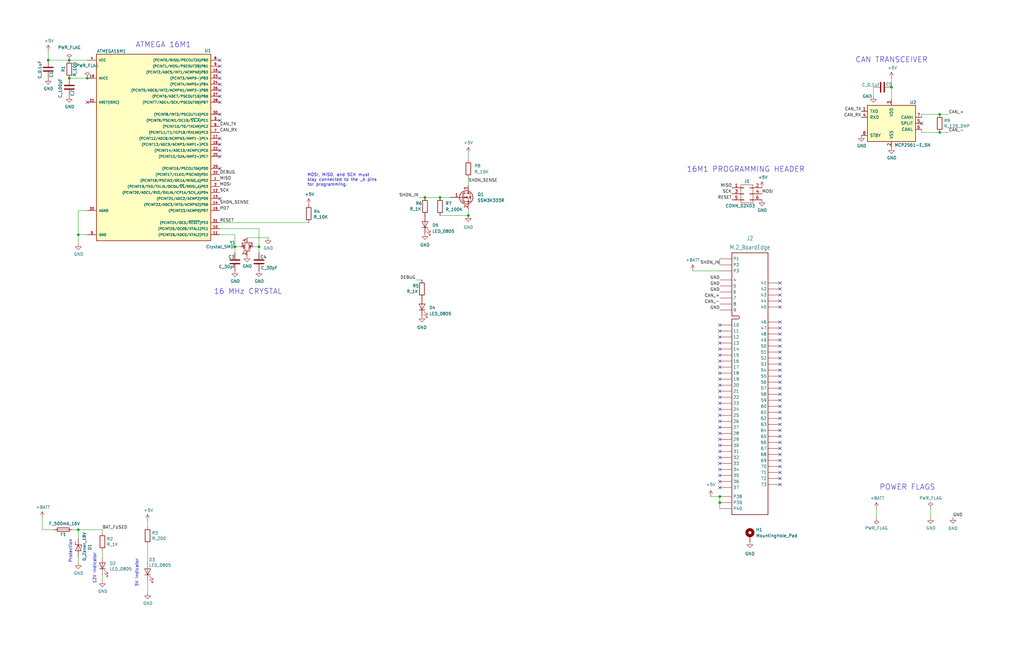
<source format=kicad_sch>
(kicad_sch (version 20211123) (generator eeschema)
  (paper "B")
  (title_block (title "M.2 Daughter Board Test Coupon") (date "2022-09-29") (rev "1") (company "Olin Electric Motorsports") (comment 1 "Jack Greenberg"))
  (lib_symbols
    (symbol "Mechanical:MountingHole_Pad" (pin_numbers hide) (pin_names (offset 1.016) hide)
      (property "Reference" "H" (at 0 6.35 0))
      (property "Value" "MountingHole_Pad" (at 0 4.445 0))
      (symbol "MountingHole_Pad_0_1"
        (circle (center 0 1.27) (radius 1.27) (stroke (width 1.27)))
      )
      (symbol "MountingHole_Pad_1_1"
        (pin input line (at 0 -2.54 90) (length 2.54) (name "1") (number "1"))
      )
    )
    (symbol "formula:ATMEGA16M1" (pin_names (offset 1.016))
      (property "Reference" "U" (at -24.13 46.482 0))
      (property "Value" "ATMEGA16M1" (at 12.7 -35.56 0))
      (symbol "ATMEGA16M1_0_1"
        (rectangle (start -24.13 45.72) (end 24.13 -33.02) (stroke (width 0.254)) (fill (type background)))
      )
      (symbol "ATMEGA16M1_1_1"
        (pin bidirectional line (at 27.94 -7.62 180) (length 3.81) (name "(PCINT18/PSCIN2/OC1A/MISO_A)PD2") (number "1"))
        (pin bidirectional line (at 27.94 -27.94 180) (length 3.81) (name "(PCINT25/OC0B/XTAL1)PE1") (number "10"))
        (pin bidirectional line (at 27.94 -30.48 180) (length 3.81) (name "(PCINT26/ADC0/XTAL2)PE2") (number "11"))
        (pin bidirectional line (at 27.94 -12.7 180) (length 3.81) (name "(PCINT20/ADC1/RXD/RXLIN/ICP1A/SCK_A)PD4") (number "12"))
        (pin bidirectional line (at 27.94 -15.24 180) (length 3.81) (name "(PCINT21/ADC2/ACMP2)PD5") (number "13"))
        (pin bidirectional line (at 27.94 -17.78 180) (length 3.81) (name "(PCINT22/ADC3/INT0/ACMPN2)PD6") (number "14"))
        (pin bidirectional line (at 27.94 -20.32 180) (length 3.81) (name "(PCINT23/ACMP0)PD7") (number "15"))
        (pin bidirectional line (at 27.94 38.1 180) (length 3.81) (name "(PCINT2/ADC5/INT1/ACMPN0)PB2") (number "16"))
        (pin bidirectional line (at 27.94 10.16 180) (length 3.81) (name "(PCINT12/ADC8/ACMPN3/AMP1-)PC4") (number "17"))
        (pin bidirectional line (at 27.94 7.62 180) (length 3.81) (name "(PCINT13/ADC9/ACMP3/AMP1+)PC5") (number "18"))
        (pin power_in line (at -27.94 35.56 0) (length 3.81) (name "AVCC") (number "19"))
        (pin bidirectional line (at 27.94 -10.16 180) (length 3.81) (name "(PCINT19/TXD/TXLIN/OC0A/~{SS}/MOSI_A)PD3") (number "2"))
        (pin power_in line (at -27.94 -20.32 0) (length 3.81) (name "AGND") (number "20"))
        (pin power_in line (at -27.94 25.4 0) (length 3.81) (name "AREF(ISRC)") (number "21"))
        (pin bidirectional line (at 27.94 5.08 180) (length 3.81) (name "(PCINT14/ADC10/ACMP1)PC6") (number "22"))
        (pin bidirectional line (at 27.94 35.56 180) (length 3.81) (name "(PCINT3/AMP0-)PB3") (number "23"))
        (pin bidirectional line (at 27.94 33.02 180) (length 3.81) (name "(PCINT4/AMP0+)PB4") (number "24"))
        (pin bidirectional line (at 27.94 2.54 180) (length 3.81) (name "(PCINT15/D2A/AMP2+)PC7") (number "25"))
        (pin bidirectional line (at 27.94 30.48 180) (length 3.81) (name "(PCINT5/ADC6/INT2/ACMPN1/AMP2-)PB5") (number "26"))
        (pin bidirectional line (at 27.94 27.94 180) (length 3.81) (name "(PCINT6/ADC7/PSCOUT1B)PB6") (number "27"))
        (pin bidirectional line (at 27.94 25.4 180) (length 3.81) (name "(PCINT7/ADC4/SCK/PSCOUT0B)PB7") (number "28"))
        (pin bidirectional line (at 27.94 -2.54 180) (length 3.81) (name "(PCINT16/PSCOUT0A)PD0") (number "29"))
        (pin bidirectional line (at 27.94 17.78 180) (length 3.81) (name "(PCINT9/PSCIN1/OC1B/~{SS_A})PC1") (number "3"))
        (pin bidirectional line (at 27.94 20.32 180) (length 3.81) (name "(PCINT8/INT3/PSCOUT1A)PC0") (number "30"))
        (pin bidirectional line (at 27.94 -25.4 180) (length 3.81) (name "(PCINT24/OCD/~{RESET})PE0") (number "31"))
        (pin bidirectional line (at 27.94 -5.08 180) (length 3.81) (name "(PCINT17/CLKO/PSCIN0)PD1") (number "32"))
        (pin power_in line (at -27.94 43.18 0) (length 3.81) (name "VCC") (number "4"))
        (pin power_in line (at -27.94 -30.48 0) (length 3.81) (name "GND") (number "5"))
        (pin bidirectional line (at 27.94 15.24 180) (length 3.81) (name "(PCINT10/T0/TXCAN)PC2") (number "6"))
        (pin bidirectional line (at 27.94 12.7 180) (length 3.81) (name "(PCINT11/T1/ICP1B/RXCAN)PC3") (number "7"))
        (pin bidirectional line (at 27.94 43.18 180) (length 3.81) (name "(PCINT0/MISO/PSCOUT2A)PB0") (number "8"))
        (pin bidirectional line (at 27.94 40.64 180) (length 3.81) (name "(PCINT1/MOSI/PSCOUT2B)PB1") (number "9"))
      )
    )
    (symbol "formula:Automotive_M.2_Edge_Connector"
      (property "Reference" "J?" (at 1.27 49.53 0))
      (property "Value" "Automotive_M.2_Edge_Connector" (at 7.62 45.72 0))
      (symbol "Automotive_M.2_Edge_Connector_0_1"
        (arc (start -5.0436 15.2415) (mid -4.4198 15.8765) (end -5.0436 16.5115) (stroke (width 0.25)))
        (polyline (pts (xy -7.62 15.24) (xy -5.08 15.24)) (stroke (width 0.25)))
        (polyline (pts (xy -7.62 16.51) (xy -5.08 16.51)) (stroke (width 0.25)))
        (polyline (pts (xy -7.62 43.18) (xy -7.62 16.51)) (stroke (width 0.25)))
        (polyline (pts (xy 7.62 -67.31) (xy -7.62 -67.31)) (stroke (width 0.25)))
      )
      (symbol "Automotive_M.2_Edge_Connector_1_0"
        (polyline (pts (xy -7.62 -67.31) (xy -7.62 15.24)) (stroke (width 0.254)))
        (polyline (pts (xy 7.62 43.18) (xy -7.62 43.18)) (stroke (width 0.254)))
        (polyline (pts (xy 7.62 43.18) (xy 7.62 -67.31)) (stroke (width 0.254)))
        (pin bidirectional line (at -12.7 12.7 0) (length 5.08) (name "10") (number "10"))
        (pin bidirectional line (at -12.7 10.16 0) (length 5.08) (name "11") (number "11"))
        (pin bidirectional line (at -12.7 7.62 0) (length 5.08) (name "12") (number "12"))
        (pin bidirectional line (at -12.7 5.08 0) (length 5.08) (name "13") (number "13"))
        (pin bidirectional line (at -12.7 2.54 0) (length 5.08) (name "14") (number "14"))
        (pin bidirectional line (at -12.7 0 0) (length 5.08) (name "15") (number "15"))
        (pin bidirectional line (at -12.7 -2.54 0) (length 5.08) (name "16") (number "16"))
        (pin bidirectional line (at -12.7 -5.08 0) (length 5.08) (name "17") (number "17"))
        (pin bidirectional line (at -12.7 -7.62 0) (length 5.08) (name "18") (number "18"))
        (pin bidirectional line (at -12.7 -10.16 0) (length 5.08) (name "19") (number "19"))
        (pin bidirectional line (at -12.7 -12.7 0) (length 5.08) (name "20") (number "20"))
        (pin bidirectional line (at -12.7 -15.24 0) (length 5.08) (name "21") (number "21"))
        (pin bidirectional line (at -12.7 -17.78 0) (length 5.08) (name "22") (number "22"))
        (pin bidirectional line (at -12.7 -20.32 0) (length 5.08) (name "23") (number "23"))
        (pin bidirectional line (at -12.7 -22.86 0) (length 5.08) (name "24") (number "24"))
        (pin bidirectional line (at -12.7 -25.4 0) (length 5.08) (name "25") (number "25"))
        (pin bidirectional line (at -12.7 -27.94 0) (length 5.08) (name "26") (number "26"))
        (pin bidirectional line (at -12.7 -30.48 0) (length 5.08) (name "27") (number "27"))
        (pin bidirectional line (at -12.7 -33.02 0) (length 5.08) (name "28") (number "28"))
        (pin bidirectional line (at -12.7 -35.56 0) (length 5.08) (name "29") (number "29"))
        (pin bidirectional line (at -12.7 -38.1 0) (length 5.08) (name "30") (number "30"))
        (pin bidirectional line (at -12.7 -40.64 0) (length 5.08) (name "31") (number "31"))
        (pin bidirectional line (at -12.7 -43.18 0) (length 5.08) (name "32") (number "32"))
        (pin bidirectional line (at -12.7 -45.72 0) (length 5.08) (name "33") (number "33"))
        (pin bidirectional line (at -12.7 -48.26 0) (length 5.08) (name "34") (number "34"))
        (pin bidirectional line (at -12.7 -50.8 0) (length 5.08) (name "35") (number "35"))
        (pin bidirectional line (at -12.7 -53.34 0) (length 5.08) (name "36") (number "36"))
        (pin bidirectional line (at -12.7 -55.88 0) (length 5.08) (name "37") (number "37"))
        (pin bidirectional line (at -12.7 31.75 0) (length 5.08) (name "4") (number "4"))
        (pin bidirectional line (at 12.7 30.48 180) (length 5.08) (name "41") (number "41"))
        (pin bidirectional line (at 12.7 27.94 180) (length 5.08) (name "42") (number "42"))
        (pin bidirectional line (at 12.7 25.4 180) (length 5.08) (name "43") (number "43"))
        (pin bidirectional line (at 12.7 22.86 180) (length 5.08) (name "44") (number "44"))
        (pin bidirectional line (at 12.7 20.32 180) (length 5.08) (name "45") (number "45"))
        (pin bidirectional line (at 12.7 13.97 180) (length 5.08) (name "46") (number "46"))
        (pin bidirectional line (at 12.7 11.43 180) (length 5.08) (name "47") (number "47"))
        (pin bidirectional line (at 12.7 8.89 180) (length 5.08) (name "48") (number "48"))
        (pin bidirectional line (at 12.7 6.35 180) (length 5.08) (name "49") (number "49"))
        (pin bidirectional line (at -12.7 29.21 0) (length 5.08) (name "5") (number "5"))
        (pin bidirectional line (at 12.7 3.81 180) (length 5.08) (name "50") (number "50"))
        (pin bidirectional line (at 12.7 1.27 180) (length 5.08) (name "51") (number "51"))
        (pin bidirectional line (at 12.7 -1.27 180) (length 5.08) (name "52") (number "52"))
        (pin bidirectional line (at 12.7 -3.81 180) (length 5.08) (name "53") (number "53"))
        (pin bidirectional line (at 12.7 -6.35 180) (length 5.08) (name "54") (number "54"))
        (pin bidirectional line (at 12.7 -8.89 180) (length 5.08) (name "55") (number "55"))
        (pin bidirectional line (at 12.7 -11.43 180) (length 5.08) (name "56") (number "56"))
        (pin bidirectional line (at 12.7 -13.97 180) (length 5.08) (name "57") (number "57"))
        (pin bidirectional line (at 12.7 -16.51 180) (length 5.08) (name "58") (number "58"))
        (pin bidirectional line (at 12.7 -19.05 180) (length 5.08) (name "59") (number "59"))
        (pin bidirectional line (at -12.7 26.67 0) (length 5.08) (name "6") (number "6"))
        (pin bidirectional line (at 12.7 -21.59 180) (length 5.08) (name "60") (number "60"))
        (pin bidirectional line (at 12.7 -24.13 180) (length 5.08) (name "61") (number "61"))
        (pin bidirectional line (at 12.7 -26.67 180) (length 5.08) (name "62") (number "62"))
        (pin bidirectional line (at 12.7 -29.21 180) (length 5.08) (name "63") (number "63"))
        (pin bidirectional line (at 12.7 -31.75 180) (length 5.08) (name "64") (number "64"))
        (pin bidirectional line (at 12.7 -34.29 180) (length 5.08) (name "65") (number "65"))
        (pin bidirectional line (at 12.7 -36.83 180) (length 5.08) (name "66") (number "66"))
        (pin bidirectional line (at 12.7 -39.37 180) (length 5.08) (name "67") (number "67"))
        (pin bidirectional line (at 12.7 -41.91 180) (length 5.08) (name "68") (number "68"))
        (pin bidirectional line (at 12.7 -44.45 180) (length 5.08) (name "69") (number "69"))
        (pin bidirectional line (at -12.7 24.13 0) (length 5.08) (name "7") (number "7"))
        (pin bidirectional line (at 12.7 -46.99 180) (length 5.08) (name "70") (number "70"))
        (pin bidirectional line (at 12.7 -49.53 180) (length 5.08) (name "71") (number "71"))
        (pin bidirectional line (at 12.7 -52.07 180) (length 5.08) (name "72") (number "72"))
        (pin bidirectional line (at 12.7 -54.61 180) (length 5.08) (name "73") (number "73"))
        (pin bidirectional line (at -12.7 21.59 0) (length 5.08) (name "8") (number "8"))
        (pin bidirectional line (at -12.7 19.05 0) (length 5.08) (name "9") (number "9"))
        (pin bidirectional line (at -12.7 40.64 0) (length 5.08) (name "P1") (number "P1"))
        (pin bidirectional line (at -12.7 38.1 0) (length 5.08) (name "P2") (number "P2"))
        (pin bidirectional line (at -12.7 35.56 0) (length 5.08) (name "P3") (number "P3"))
        (pin bidirectional line (at -12.7 -59.69 0) (length 5.08) (name "P38") (number "P38"))
        (pin bidirectional line (at -12.7 -62.23 0) (length 5.08) (name "P39") (number "P39"))
        (pin bidirectional line (at -12.7 -64.77 0) (length 5.08) (name "P40") (number "P40"))
      )
    )
    (symbol "formula:CONN_02X03" (pin_names (offset 0.0254) hide)
      (property "Reference" "J" (at 0 5.08 0))
      (property "Value" "CONN_02X03" (at 0 -5.08 0))
      (symbol "CONN_02X03_0_1"
        (rectangle (start -2.54 -2.413) (end -1.27 -2.667))
        (rectangle (start -2.54 0.127) (end -1.27 -0.127))
        (rectangle (start -2.54 2.667) (end -1.27 2.413))
        (rectangle (start -2.54 3.81) (end 2.54 -3.81))
        (rectangle (start 1.27 -2.413) (end 2.54 -2.667))
        (rectangle (start 1.27 0.127) (end 2.54 -0.127))
        (rectangle (start 1.27 2.667) (end 2.54 2.413))
      )
      (symbol "CONN_02X03_1_1"
        (pin passive line (at -6.35 2.54 0) (length 3.81) (name "P1") (number "1"))
        (pin passive line (at 6.35 2.54 180) (length 3.81) (name "P2") (number "2"))
        (pin passive line (at -6.35 0 0) (length 3.81) (name "P3") (number "3"))
        (pin passive line (at 6.35 0 180) (length 3.81) (name "P4") (number "4"))
        (pin passive line (at -6.35 -2.54 0) (length 3.81) (name "P5") (number "5"))
        (pin passive line (at 6.35 -2.54 180) (length 3.81) (name "P6") (number "6"))
      )
    )
    (symbol "formula:C_0.1uF" (pin_numbers hide) (pin_names (offset 0.254))
      (property "Reference" "C" (at 0.635 2.54 0))
      (property "Value" "C_0.1uF" (at 0.635 -2.54 0))
      (symbol "C_0.1uF_0_1"
        (polyline (pts (xy -2.032 -0.762) (xy 2.032 -0.762)) (stroke (width 0.508)))
        (polyline (pts (xy -2.032 0.762) (xy 2.032 0.762)) (stroke (width 0.508)))
      )
      (symbol "C_0.1uF_1_1"
        (pin passive line (at 0 3.81 270) (length 2.794) (name "~") (number "1"))
        (pin passive line (at 0 -3.81 90) (length 2.794) (name "~") (number "2"))
      )
    )
    (symbol "formula:C_100pF" (pin_numbers hide) (pin_names (offset 0.254))
      (property "Reference" "C" (at 0.635 2.54 0))
      (property "Value" "C_100pF" (at 0.635 -2.54 0))
      (symbol "C_100pF_0_1"
        (polyline (pts (xy -2.032 -0.762) (xy 2.032 -0.762)) (stroke (width 0.508)))
        (polyline (pts (xy -2.032 0.762) (xy 2.032 0.762)) (stroke (width 0.508)))
      )
      (symbol "C_100pF_1_1"
        (pin passive line (at 0 3.81 270) (length 2.794) (name "~") (number "1"))
        (pin passive line (at 0 -3.81 90) (length 2.794) (name "~") (number "2"))
      )
    )
    (symbol "formula:C_30pF" (pin_numbers hide) (pin_names (offset 0.254))
      (property "Reference" "C" (at 0.635 2.54 0))
      (property "Value" "C_30pF" (at 0.635 -2.54 0))
      (symbol "C_30pF_0_1"
        (polyline (pts (xy -2.032 -0.762) (xy 2.032 -0.762)) (stroke (width 0.508)))
        (polyline (pts (xy -2.032 0.762) (xy 2.032 0.762)) (stroke (width 0.508)))
      )
      (symbol "C_30pF_1_1"
        (pin passive line (at 0 3.81 270) (length 2.794) (name "~") (number "1"))
        (pin passive line (at 0 -3.81 90) (length 2.794) (name "~") (number "2"))
      )
    )
    (symbol "formula:Crystal_SMD" (pin_names (offset 1.016) hide)
      (property "Reference" "Y" (at 1.27 4.445 0))
      (property "Value" "Crystal_SMD" (at 1.27 2.54 0))
      (symbol "Crystal_SMD_0_1"
        (rectangle (start -0.762 -1.524) (end 0.762 1.524))
        (polyline (pts (xy -1.27 -0.762) (xy -1.27 0.762)) (stroke (width 0.381)))
        (polyline (pts (xy 1.27 -0.762) (xy 1.27 0.762)) (stroke (width 0.381)))
        (polyline (pts (xy -1.27 -1.27) (xy -1.27 -1.905) (xy 1.27 -1.905) (xy 1.27 -1.27)))
        (polyline (pts (xy -1.27 1.27) (xy -1.27 1.905) (xy 1.27 1.905) (xy 1.27 1.27)))
      )
      (symbol "Crystal_SMD_1_1"
        (pin passive line (at -2.54 0 0) (length 1.27) (name "1") (number "1"))
        (pin passive line (at 0 -3.81 90) (length 1.905) (name "2") (number "2"))
        (pin passive line (at 2.54 0 180) (length 1.27) (name "3") (number "3"))
        (pin passive line (at 0 3.81 270) (length 1.905) (name "4") (number "4"))
      )
    )
    (symbol "formula:D_Zener_18V" (pin_numbers hide) (pin_names (offset 1.016) hide)
      (property "Reference" "D" (at 0 2.54 0))
      (property "Value" "D_Zener_18V" (at 0 -2.54 0))
      (symbol "D_Zener_18V_0_1"
        (polyline (pts (xy -1.27 -1.27) (xy -2.54 -1.27)) (stroke (width 0.2032)))
        (polyline (pts (xy -1.27 1.27) (xy 0 1.27)) (stroke (width 0.2032)))
        (polyline (pts (xy 1.27 0) (xy -1.27 0)))
        (polyline (pts (xy -1.27 -1.27) (xy -1.27 1.27) (xy -0.762 1.27)) (stroke (width 0.2032)))
        (polyline (pts (xy 1.27 -1.27) (xy 1.27 1.27) (xy -1.27 0) (xy 1.27 -1.27)) (stroke (width 0.2032)))
      )
      (symbol "D_Zener_18V_1_1"
        (pin passive line (at -3.81 0 0) (length 2.54) (name "K") (number "1"))
        (pin passive line (at 3.81 0 180) (length 2.54) (name "A") (number "2"))
      )
    )
    (symbol "formula:F_500mA_16V" (pin_numbers hide) (pin_names (offset 0))
      (property "Reference" "F" (at 2.032 0 90))
      (property "Value" "F_500mA_16V" (at -1.905 0 90))
      (symbol "F_500mA_16V_0_1"
        (rectangle (start -0.762 -2.54) (end 0.762 2.54) (stroke (width 0.254)))
        (polyline (pts (xy 0 2.54) (xy 0 -2.54)))
      )
      (symbol "F_500mA_16V_1_1"
        (pin passive line (at 0 3.81 270) (length 1.27) (name "~") (number "1"))
        (pin passive line (at 0 -3.81 90) (length 1.27) (name "~") (number "2"))
      )
    )
    (symbol "formula:LED_0805" (pin_numbers hide) (pin_names (offset 1.016) hide)
      (property "Reference" "D" (at 0 -2.54 0))
      (property "Value" "LED_0805" (at 0 2.54 0))
      (symbol "LED_0805_0_1"
        (polyline (pts (xy -1.27 -1.27) (xy -1.27 1.27)) (stroke (width 0.2032)))
        (polyline (pts (xy -1.27 0) (xy 1.27 0)))
        (polyline (pts (xy 1.27 -1.27) (xy 1.27 1.27) (xy -1.27 0) (xy 1.27 -1.27)) (stroke (width 0.2032)))
        (polyline (pts (xy -3.048 -0.762) (xy -4.572 -2.286) (xy -3.81 -2.286) (xy -4.572 -2.286) (xy -4.572 -1.524)))
        (polyline (pts (xy -1.778 -0.762) (xy -3.302 -2.286) (xy -2.54 -2.286) (xy -3.302 -2.286) (xy -3.302 -1.524)))
      )
      (symbol "LED_0805_1_1"
        (pin passive line (at -3.81 0 0) (length 2.54) (name "K") (number "1"))
        (pin passive line (at 3.81 0 180) (length 2.54) (name "A") (number "2"))
      )
    )
    (symbol "formula:MCP2561-E_SN" (pin_names (offset 1.016))
      (property "Reference" "U" (at -10.16 8.89 0))
      (property "Value" "MCP2561-E_SN" (at 2.54 8.89 0))
      (symbol "MCP2561-E_SN_0_1"
        (rectangle (start -10.16 7.62) (end 10.16 -7.62) (stroke (width 0.254)) (fill (type background)))
      )
      (symbol "MCP2561-E_SN_1_1"
        (pin input line (at -12.7 5.08 0) (length 2.54) (name "TXD") (number "1"))
        (pin power_in line (at 0 -10.16 90) (length 2.54) (name "VSS") (number "2"))
        (pin power_in line (at 0 10.16 270) (length 2.54) (name "VDD") (number "3"))
        (pin output line (at -12.7 2.54 0) (length 2.54) (name "RXD") (number "4"))
        (pin passive line (at 12.7 0 180) (length 2.54) (name "SPLIT") (number "5"))
        (pin bidirectional line (at 12.7 -2.54 180) (length 2.54) (name "CANL") (number "6"))
        (pin bidirectional line (at 12.7 2.54 180) (length 2.54) (name "CANH") (number "7"))
        (pin input line (at -12.7 -5.08 0) (length 2.54) (name "STBY") (number "8"))
      )
    )
    (symbol "formula:R_100" (pin_numbers hide) (pin_names (offset 0))
      (property "Reference" "R" (at 2.032 0 90))
      (property "Value" "R_100" (at -2.54 0 90))
      (symbol "R_100_0_1"
        (rectangle (start -1.016 -2.54) (end 1.016 2.54) (stroke (width 0.254)))
      )
      (symbol "R_100_1_1"
        (pin passive line (at 0 3.81 270) (length 1.27) (name "~") (number "1"))
        (pin passive line (at 0 -3.81 90) (length 1.27) (name "~") (number "2"))
      )
    )
    (symbol "formula:R_100K" (pin_numbers hide) (pin_names (offset 0))
      (property "Reference" "R" (at 2.032 0 90))
      (property "Value" "R_100K" (at -2.54 0 90))
      (symbol "R_100K_0_1"
        (rectangle (start -1.016 -2.54) (end 1.016 2.54) (stroke (width 0.254)))
      )
      (symbol "R_100K_1_1"
        (pin passive line (at 0 3.81 270) (length 1.27) (name "~") (number "1"))
        (pin passive line (at 0 -3.81 90) (length 1.27) (name "~") (number "2"))
      )
    )
    (symbol "formula:R_10K" (pin_numbers hide) (pin_names (offset 0))
      (property "Reference" "R" (at 2.032 0 90))
      (property "Value" "R_10K" (at -2.54 0 90))
      (symbol "R_10K_0_1"
        (rectangle (start -1.016 -2.54) (end 1.016 2.54) (stroke (width 0.254)))
      )
      (symbol "R_10K_1_1"
        (pin passive line (at 0 3.81 270) (length 1.27) (name "~") (number "1"))
        (pin passive line (at 0 -3.81 90) (length 1.27) (name "~") (number "2"))
      )
    )
    (symbol "formula:R_120_DNP" (pin_numbers hide) (pin_names (offset 0))
      (property "Reference" "R" (at 2.032 0 90))
      (property "Value" "R_120_DNP" (at -2.54 0 90))
      (symbol "R_120_DNP_0_1"
        (rectangle (start -1.016 -2.54) (end 1.016 2.54) (stroke (width 0.254)))
      )
      (symbol "R_120_DNP_1_1"
        (pin passive line (at 0 3.81 270) (length 1.27) (name "~") (number "1"))
        (pin passive line (at 0 -3.81 90) (length 1.27) (name "~") (number "2"))
      )
    )
    (symbol "formula:R_1K" (pin_numbers hide) (pin_names (offset 0))
      (property "Reference" "R" (at 2.032 0 90))
      (property "Value" "R_1K" (at -2.54 0 90))
      (symbol "R_1K_0_1"
        (rectangle (start -1.016 -2.54) (end 1.016 2.54) (stroke (width 0.254)))
      )
      (symbol "R_1K_1_1"
        (pin passive line (at 0 3.81 270) (length 1.27) (name "~") (number "1"))
        (pin passive line (at 0 -3.81 90) (length 1.27) (name "~") (number "2"))
      )
    )
    (symbol "formula:R_200" (pin_numbers hide) (pin_names (offset 0))
      (property "Reference" "R" (at 2.032 0 90))
      (property "Value" "R_200" (at -2.54 0 90))
      (symbol "R_200_0_1"
        (rectangle (start -1.016 -2.54) (end 1.016 2.54) (stroke (width 0.254)))
      )
      (symbol "R_200_1_1"
        (pin passive line (at 0 3.81 270) (length 1.27) (name "~") (number "1"))
        (pin passive line (at 0 -3.81 90) (length 1.27) (name "~") (number "2"))
      )
    )
    (symbol "formula:SSM3K333R" (pin_names (offset 0) hide)
      (property "Reference" "Q" (at 5.08 1.905 0))
      (property "Value" "SSM3K333R" (at 5.08 0 0))
      (symbol "SSM3K333R_0_1"
        (polyline (pts (xy 0.762 -1.778) (xy 2.54 -1.778)))
        (polyline (pts (xy 0.762 -1.27) (xy 0.762 -2.286)) (stroke (width 0.254)))
        (polyline (pts (xy 0.762 0) (xy 2.54 0)))
        (polyline (pts (xy 0.762 0.508) (xy 0.762 -0.508)) (stroke (width 0.254)))
        (polyline (pts (xy 0.762 1.778) (xy 2.54 1.778)))
        (polyline (pts (xy 0.762 2.286) (xy 0.762 1.27)) (stroke (width 0.254)))
        (polyline (pts (xy 2.54 -1.778) (xy 2.54 -2.54)))
        (polyline (pts (xy 2.54 -1.778) (xy 2.54 0)))
        (polyline (pts (xy 2.54 2.54) (xy 2.54 1.778)))
        (polyline (pts (xy 0.254 1.905) (xy 0.254 -1.905) (xy 0.254 -1.905)) (stroke (width 0.254)))
        (polyline (pts (xy 1.016 0) (xy 2.032 0.381) (xy 2.032 -0.381) (xy 1.016 0)) (fill (type outline)))
        (polyline (pts (xy 2.54 -1.778) (xy 3.302 -1.778) (xy 3.302 1.778) (xy 2.54 1.778)))
        (polyline (pts (xy 2.794 0.508) (xy 2.921 0.381) (xy 3.683 0.381) (xy 3.81 0.254)))
        (polyline (pts (xy 3.302 0.381) (xy 2.921 -0.254) (xy 3.683 -0.254) (xy 3.302 0.381)))
        (circle (center 1.651 0) (radius 2.8194) (stroke (width 0.254)))
        (circle (center 2.54 -1.778) (radius 0.2794) (fill (type outline)))
        (circle (center 2.54 1.778) (radius 0.2794) (fill (type outline)))
      )
      (symbol "SSM3K333R_1_1"
        (pin input line (at -5.08 0 0) (length 5.334) (name "G") (number "1"))
        (pin passive line (at 2.54 -5.08 90) (length 2.54) (name "S") (number "2"))
        (pin passive line (at 2.54 5.08 270) (length 2.54) (name "D") (number "3"))
      )
    )
    (symbol "power:+5V" (power) (pin_names (offset 0))
      (property "Value" "+5V" (at 0 3.556 0))
      (symbol "+5V_0_1"
        (polyline (pts (xy -0.762 1.27) (xy 0 2.54)))
        (polyline (pts (xy 0 0) (xy 0 2.54)))
        (polyline (pts (xy 0 2.54) (xy 0.762 1.27)))
      )
      (symbol "+5V_1_1"
        (pin power_in line (at 0 0 90) (length 0) hide (name "+5V") (number "1"))
      )
    )
    (symbol "power:+BATT" (power) (pin_names (offset 0))
      (property "Value" "+BATT" (at 0 3.556 0))
      (symbol "+BATT_0_1"
        (polyline (pts (xy -0.762 1.27) (xy 0 2.54)))
        (polyline (pts (xy 0 0) (xy 0 2.54)))
        (polyline (pts (xy 0 2.54) (xy 0.762 1.27)))
      )
      (symbol "+BATT_1_1"
        (pin power_in line (at 0 0 90) (length 0) hide (name "+BATT") (number "1"))
      )
    )
    (symbol "power:GND" (power) (pin_names (offset 0))
      (property "Value" "GND" (at 0 -3.81 0))
      (symbol "GND_0_1"
        (polyline (pts (xy 0 0) (xy 0 -1.27) (xy 1.27 -1.27) (xy 0 -2.54) (xy -1.27 -1.27) (xy 0 -1.27)))
      )
      (symbol "GND_1_1"
        (pin power_in line (at 0 0 270) (length 0) hide (name "GND") (number "1"))
      )
    )
    (symbol "power:PWR_FLAG" (power) (pin_numbers hide) (pin_names (offset 0) hide)
      (property "Value" "PWR_FLAG" (at 0 3.81 0))
      (symbol "PWR_FLAG_0_0"
        (pin power_out line (at 0 0 90) (length 0) (name "pwr") (number "1"))
      )
      (symbol "PWR_FLAG_0_1"
        (polyline (pts (xy 0 0) (xy 0 1.27) (xy -1.016 1.905) (xy 0 2.54) (xy 1.016 1.905) (xy 0 1.27)))
      )
    )
  )
  (junction (at 20.32 25.4))
  (junction (at 33.02 223.52))
  (junction (at 375.92 36.83))
  (junction (at 197.485 90.932))
  (junction (at 29.21 25.4))
  (junction (at 396.24 55.88))
  (junction (at 179.197 83.312))
  (junction (at 396.24 48.26))
  (junction (at 29.21 33.02))
  (junction (at 303.53 212.09))
  (junction (at 33.02 99.06))
  (junction (at 36.83 33.02))
  (junction (at 99.06 104.14))
  (junction (at 109.22 104.14))
  (junction (at 303.53 209.55))
  (junction (at 185.547 83.312))
  (no_connect (at 303.53 175.26))
  (no_connect (at 303.53 149.86))
  (no_connect (at 303.53 193.04))
  (no_connect (at 303.53 167.64))
  (no_connect (at 328.93 158.75))
  (no_connect (at 328.93 191.77))
  (no_connect (at 328.93 129.54))
  (no_connect (at 303.53 152.4))
  (no_connect (at 303.53 172.72))
  (no_connect (at 303.53 187.96))
  (no_connect (at 303.53 203.2))
  (no_connect (at 303.53 205.74))
  (no_connect (at 328.93 168.91))
  (no_connect (at 303.53 198.12))
  (no_connect (at 328.93 179.07))
  (no_connect (at 328.93 119.38))
  (no_connect (at 303.53 144.78))
  (no_connect (at 92.71 83.82))
  (no_connect (at 328.93 189.23))
  (no_connect (at 328.93 166.37))
  (no_connect (at 328.93 163.83))
  (no_connect (at 303.53 154.94))
  (no_connect (at 328.93 176.53))
  (no_connect (at 328.93 153.67))
  (no_connect (at 303.53 185.42))
  (no_connect (at 303.53 182.88))
  (no_connect (at 303.53 195.58))
  (no_connect (at 303.53 190.5))
  (no_connect (at 328.93 148.59))
  (no_connect (at 328.93 196.85))
  (no_connect (at 303.53 157.48))
  (no_connect (at 388.62 52.07))
  (no_connect (at 92.71 25.4))
  (no_connect (at 328.93 204.47))
  (no_connect (at 328.93 135.89))
  (no_connect (at 303.53 147.32))
  (no_connect (at 303.53 139.7))
  (no_connect (at 328.93 143.51))
  (no_connect (at 328.93 201.93))
  (no_connect (at 328.93 199.39))
  (no_connect (at 328.93 121.92))
  (no_connect (at 303.53 180.34))
  (no_connect (at 92.71 60.96))
  (no_connect (at 92.71 63.5))
  (no_connect (at 92.71 66.04))
  (no_connect (at 92.71 71.12))
  (no_connect (at 92.71 27.94))
  (no_connect (at 92.71 30.48))
  (no_connect (at 92.71 48.26))
  (no_connect (at 92.71 50.8))
  (no_connect (at 92.71 58.42))
  (no_connect (at 92.71 33.02))
  (no_connect (at 92.71 35.56))
  (no_connect (at 92.71 38.1))
  (no_connect (at 92.71 40.64))
  (no_connect (at 92.71 43.18))
  (no_connect (at 328.93 181.61))
  (no_connect (at 328.93 127))
  (no_connect (at 303.53 162.56))
  (no_connect (at 303.53 200.66))
  (no_connect (at 303.53 170.18))
  (no_connect (at 328.93 151.13))
  (no_connect (at 303.53 137.16))
  (no_connect (at 328.93 161.29))
  (no_connect (at 328.93 194.31))
  (no_connect (at 328.93 186.69))
  (no_connect (at 328.93 184.15))
  (no_connect (at 303.53 160.02))
  (no_connect (at 328.93 171.45))
  (no_connect (at 36.83 43.18))
  (no_connect (at 328.93 173.99))
  (no_connect (at 303.53 165.1))
  (no_connect (at 303.53 142.24))
  (no_connect (at 328.93 146.05))
  (no_connect (at 328.93 138.43))
  (no_connect (at 328.93 156.21))
  (no_connect (at 303.53 177.8))
  (no_connect (at 328.93 140.97))
  (no_connect (at 328.93 124.46))
  (wire (pts (xy 62.23 245.11) (xy 62.23 250.19)))
  (wire (pts (xy 62.23 222.25) (xy 62.23 219.71)))
  (wire (pts (xy 388.62 48.26) (xy 388.62 49.53)))
  (wire (pts (xy 92.71 93.98) (xy 130.175 93.98)))
  (wire (pts (xy 33.02 88.9) (xy 36.83 88.9)))
  (wire (pts (xy 109.22 96.52) (xy 92.71 96.52)))
  (wire (pts (xy 368.3 36.83) (xy 368.3 40.64)))
  (wire (pts (xy 104.14 100.33) (xy 113.03 100.33)))
  (wire (pts (xy 197.485 88.392) (xy 197.485 90.932)))
  (wire (pts (xy 99.06 104.14) (xy 101.6 104.14)))
  (wire (pts (xy 33.02 227.33) (xy 33.02 223.52)))
  (wire (pts (xy 299.72 209.55) (xy 303.53 209.55)))
  (wire (pts (xy 33.02 223.52) (xy 43.18 223.52)))
  (wire (pts (xy 197.485 64.77) (xy 197.485 67.437)))
  (wire (pts (xy 33.02 102.87) (xy 33.02 99.06)))
  (wire (pts (xy 99.06 104.14) (xy 99.06 99.06)))
  (wire (pts (xy 20.32 25.4) (xy 29.21 25.4)))
  (wire (pts (xy 185.547 90.932) (xy 197.485 90.932)))
  (wire (pts (xy 62.23 229.87) (xy 62.23 237.49)))
  (wire (pts (xy 17.78 223.52) (xy 22.86 223.52)))
  (wire (pts (xy 176.53 83.312) (xy 179.197 83.312)))
  (wire (pts (xy 396.24 48.26) (xy 400.05 48.26)))
  (wire (pts (xy 185.547 83.312) (xy 189.865 83.312)))
  (wire (pts (xy 292.1 114.3) (xy 303.53 114.3)))
  (wire (pts (xy 396.24 55.88) (xy 400.05 55.88)))
  (wire (pts (xy 36.83 33.02) (xy 29.21 33.02)))
  (wire (pts (xy 375.92 36.83) (xy 375.92 33.02)))
  (wire (pts (xy 175.26 118.11) (xy 177.927 118.11)))
  (wire (pts (xy 303.53 212.09) (xy 303.53 214.63)))
  (wire (pts (xy 388.62 55.88) (xy 396.24 55.88)))
  (wire (pts (xy 197.485 75.057) (xy 197.485 78.232)))
  (wire (pts (xy 375.92 41.91) (xy 375.92 36.83)))
  (wire (pts (xy 106.68 104.14) (xy 109.22 104.14)))
  (wire (pts (xy 109.22 104.14) (xy 109.22 96.52)))
  (wire (pts (xy 29.21 25.4) (xy 36.83 25.4)))
  (wire (pts (xy 33.02 234.95) (xy 33.02 237.49)))
  (wire (pts (xy 30.48 223.52) (xy 33.02 223.52)))
  (wire (pts (xy 43.18 232.41) (xy 43.18 234.95)))
  (wire (pts (xy 388.62 48.26) (xy 396.24 48.26)))
  (wire (pts (xy 303.53 209.55) (xy 303.53 212.09)))
  (wire (pts (xy 33.02 99.06) (xy 33.02 88.9)))
  (wire (pts (xy 392.43 214.63) (xy 392.43 218.44)))
  (wire (pts (xy 369.57 214.63) (xy 369.57 218.44)))
  (wire (pts (xy 109.22 104.14) (xy 109.22 106.68)))
  (wire (pts (xy 303.53 111.76) (xy 303.53 109.22)))
  (wire (pts (xy 388.62 55.88) (xy 388.62 54.61)))
  (wire (pts (xy 20.32 21.59) (xy 20.32 25.4)))
  (wire (pts (xy 99.06 106.68) (xy 99.06 104.14)))
  (wire (pts (xy 179.197 83.312) (xy 185.547 83.312)))
  (wire (pts (xy 99.06 99.06) (xy 92.71 99.06)))
  (wire (pts (xy 43.18 223.52) (xy 43.18 224.79)))
  (wire (pts (xy 17.78 218.44) (xy 17.78 223.52)))
  (wire (pts (xy 36.83 99.06) (xy 33.02 99.06)))
  (wire (pts (xy 43.18 242.57) (xy 43.18 245.11)))
  (text "Protection\n" (at 30.48 237.49 90) (effects (font (size 1.27 1.27)) (justify left bottom)))
  (text "POWER FLAGS\n" (at 370.84 207.01 0) (effects (font (size 2.2606 2.2606)) (justify left bottom)))
  (text "12V Indicator" (at 40.64 246.38 90) (effects (font (size 1.27 1.27)) (justify left bottom)))
  (text "CAN TRANSCEIVER\n" (at 360.68 26.67 0) (effects (font (size 2.2606 2.2606)) (justify left bottom)))
  (text "ATMEGA 16M1\n" (at 57.15 20.32 0) (effects (font (size 2.2606 2.2606)) (justify left bottom)))
  (text "5V Indicator" (at 58.42 247.65 90) (effects (font (size 1.27 1.27)) (justify left bottom)))
  (text "MOSI, MISO, and SCK must\nstay connected to the _A pins\nfor programming." (at 129.54 78.74 0) (effects (font (size 1.27 1.27)) (justify left bottom)))
  (text "16 MHz CRYSTAL\n" (at 90.17 124.46 0) (effects (font (size 2.2606 2.2606)) (justify left bottom)))
  (text "16M1 PROGRAMMING HEADER\n" (at 289.56 72.898 0) (effects (font (size 2.2606 2.2606)) (justify left bottom)))
  (label "GND" (at 303.53 118.11 180))
  (label "RESET" (at 308.61 84.328 180))
  (label "CAN_+" (at 303.53 125.73 180))
  (label "SHDN_SENSE" (at 92.71 86.36 0))
  (label "MISO" (at 92.71 76.2 0))
  (label "MOSI" (at 321.31 81.788 0))
  (label "BAT_FUSED" (at 43.18 223.52 0))
  (label "PD7" (at 92.71 88.9 0))
  (label "SHDN_IN" (at 176.53 83.312 180))
  (label "CAN_+" (at 400.05 48.26 0))
  (label "GND" (at 401.8372 218.278 0))
  (label "SHDN_IN" (at 303.53 111.76 180))
  (label "CAN_-" (at 400.05 55.88 0))
  (label "DEBUG" (at 175.26 118.11 180))
  (label "CAN_RX" (at 92.71 55.88 0))
  (label "DEBUG" (at 92.71 73.66 0))
  (label "CAN_TX" (at 92.71 53.34 0))
  (label "GND" (at 303.53 130.81 180))
  (label "MOSI" (at 92.71 78.74 0))
  (label "CAN_TX" (at 363.22 46.99 180))
  (label "SCK" (at 92.71 81.28 0))
  (label "SCK" (at 308.61 81.788 180))
  (label "CAN_-" (at 303.53 128.27 180))
  (label "RESET" (at 92.71 93.98 0))
  (label "CAN_RX" (at 363.22 49.53 180))
  (label "MISO" (at 308.61 79.248 180))
  (label "SHDN_SENSE" (at 197.485 77.089 0))
  (label "GND" (at 303.53 123.19 180))
  (label "GND" (at 303.53 120.65 180))
  (symbol (lib_id "power:GND") (at 392.43 218.44 0) (unit 1)
    (property "Reference" "#PWR?" (effects hide))
    (property "Value" "GND" (at 392.557 222.8342 0))
  )
  (symbol (lib_id "formula:F_500mA_16V") (at 26.67 223.52 270) (unit 1)
    (property "Reference" "F1" (at 26.67 225.552 90))
    (property "Value" "F_500mA_16V" (at 27.178 220.98 90))
    (property "Footprint" "footprints:Fuse_1210" (effects hide))
    (property "Datasheet" "https://belfuse.com/resources/CircuitProtection/datasheets/0ZCH%20Nov2016.pdf" (effects hide))
    (property "MFN" "DK" (effects hide))
    (property "MPN" "507-1786-1-ND" (effects hide))
    (property "PurchasingLink" "https://www.digikey.com/product-detail/en/bel-fuse-inc/0ZCH0050FF2G/507-1786-1-ND/4156209" (effects hide))
  )
  (symbol (lib_id "formula:LED_0805") (at 62.23 241.3 90) (unit 1)
    (property "Reference" "D3" (at 62.738 236.22 90) (effects (justify right)))
    (property "Value" "LED_0805" (at 62.738 238.506 90) (effects (justify right)))
    (property "Footprint" "footprints:LED_0805_OEM" (effects hide))
    (property "Datasheet" "http://www.osram-os.com/Graphics/XPic9/00078860_0.pdf" (effects hide))
    (property "MFN" "DK" (effects hide))
    (property "MPN" "475-1410-1-ND" (effects hide))
    (property "PurchasingLink" "https://www.digikey.com/products/en?keywords=475-1410-1-ND" (effects hide))
  )
  (symbol (lib_id "formula:R_200") (at 62.23 226.06 0) (unit 1)
    (property "Reference" "R3" (at 64.008 224.8916 0) (effects (justify left)))
    (property "Value" "R_200" (at 64.008 227.203 0) (effects (justify left)))
    (property "Footprint" "footprints:R_0805_OEM" (effects hide))
    (property "Datasheet" "https://www.seielect.com/Catalog/SEI-RMCF_RMCP.pdf" (effects hide))
    (property "MFN" "DK" (effects hide))
    (property "MPN" "RMCF0805JT200RCT-ND" (effects hide))
    (property "PurchasingLink" "https://www.digikey.com/products/en?keywords=RMCF0805JT200RCT-ND" (effects hide))
  )
  (symbol (lib_id "power:GND") (at 62.23 250.19 0) (unit 1)
    (property "Reference" "#PWR?" (effects hide))
    (property "Value" "GND" (at 62.357 254.5842 0))
  )
  (symbol (lib_id "formula:D_Zener_18V") (at 33.02 231.14 270) (unit 1)
    (property "Reference" "D1" (at 37.846 230.886 0))
    (property "Value" "D_Zener_18V" (at 35.56 230.632 0))
    (property "Footprint" "footprints:DO-214AA" (effects hide))
    (property "Datasheet" "http://www.mccsemi.com/up_pdf/SMBJ5338B-SMBJ5388B(SMB).pdf" (effects hide))
    (property "MFN" "DK" (effects hide))
    (property "MPN" "SMBJ5355B-TPMSCT-ND" (effects hide))
    (property "PurchasingLink" "https://www.digikey.com/products/en?keywords=SMBJ5355B-TPMSCT-ND" (effects hide))
  )
  (symbol (lib_id "power:GND") (at 33.02 237.49 0) (unit 1)
    (property "Reference" "#PWR?" (effects hide))
    (property "Value" "GND" (at 33.147 241.8842 0))
  )
  (symbol (lib_id "formula:LED_0805") (at 43.18 238.76 90) (unit 1)
    (property "Reference" "D2" (at 46.1518 237.7948 90) (effects (justify right)))
    (property "Value" "LED_0805" (at 46.1518 240.1062 90) (effects (justify right)))
    (property "Footprint" "footprints:LED_0805_OEM" (effects hide))
    (property "Datasheet" "http://www.osram-os.com/Graphics/XPic9/00078860_0.pdf" (effects hide))
    (property "MFN" "DK" (effects hide))
    (property "MPN" "475-1410-1-ND" (effects hide))
    (property "PurchasingLink" "https://www.digikey.com/products/en?keywords=475-1410-1-ND" (effects hide))
  )
  (symbol (lib_id "power:GND") (at 43.18 245.11 0) (unit 1)
    (property "Reference" "#PWR?" (effects hide))
    (property "Value" "GND" (at 43.307 249.5042 0))
  )
  (symbol (lib_id "formula:ATMEGA16M1") (at 64.77 68.58 0) (unit 1)
    (property "Reference" "U1" (at 87.63 21.336 0))
    (property "Value" "ATMEGA16M1" (at 46.99 21.59 0))
    (property "Footprint" "footprints:TQFP-32_7x7mm_Pitch0.8mm" (effects hide))
    (property "Datasheet" "http://ww1.microchip.com/downloads/en/DeviceDoc/Atmel-8209-8-bit%20AVR%20ATmega16M1-32M1-64M1_Datasheet.pdf" (effects hide))
    (property "MFN" "DK" (effects hide))
    (property "MPN" "ATMEGA16M1-AU-ND" (effects hide))
    (property "PurchasingLink" "https://www.digikey.com/product-detail/en/atmel/ATMEGA16M1-AU/ATMEGA16M1-AU-ND/2271208" (effects hide))
  )
  (symbol (lib_id "formula:R_100") (at 29.21 29.21 0) (unit 1)
    (property "Reference" "R1" (at 26.67 30.48 90) (effects (justify left)))
    (property "Value" "R_100" (at 31.496 32.258 90) (effects (justify left)))
    (property "Footprint" "footprints:R_0805_OEM" (effects hide))
    (property "Datasheet" "https://www.seielect.com/Catalog/SEI-rncp.pdf" (effects hide))
    (property "MFN" "DK" (effects hide))
    (property "MPN" "RNCP0805FTD100RCT-ND" (effects hide))
    (property "PurchasingLink" "https://www.digikey.com/products/en?keywords=RNCP0805FTD100RCT-ND" (effects hide))
  )
  (symbol (lib_id "formula:C_0.1uF") (at 20.32 29.21 0) (unit 1)
    (property "Reference" "C1" (at 21.59 32.766 90) (effects (justify left)))
    (property "Value" "C_0.1uF" (at 16.764 33.274 90) (effects (justify left)))
    (property "Footprint" "footprints:C_0805_OEM" (effects hide))
    (property "Datasheet" "http://datasheets.avx.com/X7RDielectric.pdf" (effects hide))
    (property "MFN" "DK" (effects hide))
    (property "MPN" "478-3352-1-ND" (effects hide))
    (property "PurchasingLink" "https://www.digikey.com/products/en?keywords=478-3352-1-ND" (effects hide))
  )
  (symbol (lib_id "formula:C_100pF") (at 29.21 36.83 0) (unit 1)
    (property "Reference" "C2" (at 30.48 40.64 90) (effects (justify left)))
    (property "Value" "C_100pF" (at 25.4 41.402 90) (effects (justify left)))
    (property "Footprint" "footprints:C_0805_OEM" (effects hide))
    (property "Datasheet" "https://katalog.we-online.de/pbs/datasheet/885012007057.pdf" (effects hide))
    (property "MFN" "DK" (effects hide))
    (property "MPN" "732-7852-1-ND" (effects hide))
    (property "PurchasingLink" "https://www.digikey.com/product-detail/en/wurth-electronics-inc/885012007057/732-7852-1-ND/5454479" (effects hide))
  )
  (symbol (lib_id "power:GND") (at 20.32 33.02 0) (unit 1)
    (property "Reference" "#PWR?" (effects hide))
    (property "Value" "GND" (at 20.447 37.4142 0))
  )
  (symbol (lib_id "power:GND") (at 29.21 40.64 0) (unit 1)
    (property "Reference" "#PWR?" (effects hide))
    (property "Value" "GND" (at 29.337 45.0342 0))
  )
  (symbol (lib_id "formula:Crystal_SMD") (at 104.14 104.14 0) (unit 1)
    (property "Reference" "Y1" (at 96.774 102.362 0) (effects (justify left)))
    (property "Value" "Crystal_SMD" (at 86.868 104.14 0) (effects (justify left)))
    (property "Footprint" "footprints:Crystal_SMD_FA238" (effects hide))
    (property "Datasheet" "http://www.txccorp.com/download/products/quartz_crystals/2015TXC_7M_17.pdf" (effects hide))
    (property "MFN" "DK" (effects hide))
    (property "MPN" "887-1125-1-ND" (effects hide))
    (property "PurchasingLink" "https://www.digikey.com/product-detail/en/txc-corporation/7M-16.000MAAJ-T/887-1125-1-ND/2119014" (effects hide))
  )
  (symbol (lib_id "formula:C_30pF") (at 99.06 110.49 0) (unit 1)
    (property "Reference" "C3" (at 96.266 108.458 0) (effects (justify left)))
    (property "Value" "C_30pF" (at 92.202 112.522 0) (effects (justify left)))
    (property "Footprint" "footprints:C_0805_OEM" (effects hide))
    (property "Datasheet" "https://media.digikey.com/pdf/Data%20Sheets/Samsung%20PDFs/CL_Series_MLCC_ds.pdf" (effects hide))
    (property "MFN" "DK" (effects hide))
    (property "MPN" "1276-1130-1-ND" (effects hide))
    (property "PurchasingLink" "https://www.digikey.com/product-detail/en/samsung-electro-mechanics-america-inc/CL21C300JBANNNC/1276-1130-1-ND/3889216" (effects hide))
  )
  (symbol (lib_id "formula:C_30pF") (at 109.22 110.49 0) (unit 1)
    (property "Reference" "C4" (at 109.728 108.458 0) (effects (justify left)))
    (property "Value" "C_30pF" (at 109.982 113.03 0) (effects (justify left)))
    (property "Footprint" "footprints:C_0805_OEM" (effects hide))
    (property "Datasheet" "https://media.digikey.com/pdf/Data%20Sheets/Samsung%20PDFs/CL_Series_MLCC_ds.pdf" (effects hide))
    (property "MFN" "DK" (effects hide))
    (property "MPN" "1276-1130-1-ND" (effects hide))
    (property "PurchasingLink" "https://www.digikey.com/product-detail/en/samsung-electro-mechanics-america-inc/CL21C300JBANNNC/1276-1130-1-ND/3889216" (effects hide))
  )
  (symbol (lib_id "formula:R_10K") (at 130.175 90.17 0) (unit 1)
    (property "Reference" "R4" (at 133.604 89.281 0))
    (property "Value" "R_10K" (at 135.255 91.567 0))
    (property "Footprint" "footprints:R_0805_OEM" (effects hide))
    (property "Datasheet" "http://www.bourns.com/data/global/pdfs/CRS.pdf" (effects hide))
    (property "MFN" "DK" (effects hide))
    (property "MPN" "CRS0805-FX-1002ELFCT-ND" (effects hide))
    (property "PurchasingLink" "https://www.digikey.com/products/en?keywords=CRS0805-FX-1002ELFCT-ND" (effects hide))
  )
  (symbol (lib_id "power:GND") (at 99.06 114.3 0) (unit 1)
    (property "Reference" "#PWR?" (effects hide))
    (property "Value" "GND" (at 99.187 118.6942 0))
  )
  (symbol (lib_id "power:GND") (at 109.22 114.3 0) (unit 1)
    (property "Reference" "#PWR?" (effects hide))
    (property "Value" "GND" (at 109.347 118.6942 0))
  )
  (symbol (lib_id "power:GND") (at 104.14 107.95 0) (unit 1)
    (property "Reference" "#PWR?" (effects hide))
    (property "Value" "GND" (at 104.267 112.3442 0))
  )
  (symbol (lib_id "power:GND") (at 113.03 100.33 0) (unit 1)
    (property "Reference" "#PWR?" (effects hide))
    (property "Value" "GND" (at 113.157 104.7242 0))
  )
  (symbol (lib_id "power:GND") (at 33.02 102.87 0) (unit 1)
    (property "Reference" "#PWR?" (effects hide))
    (property "Value" "GND" (at 33.147 107.2642 0))
  )
  (symbol (lib_id "formula:MCP2561-E_SN") (at 375.92 52.07 0) (unit 1)
    (property "Reference" "U2" (at 385.064 43.18 0))
    (property "Value" "MCP2561-E_SN" (at 384.81 61.214 0))
    (property "Footprint" "footprints:SOIC-8_3.9x4.9mm_Pitch1.27mm_OEM" (effects hide))
    (property "Datasheet" "http://www.microchip.com/mymicrochip/filehandler.aspx?ddocname=en561044" (effects hide))
    (property "MFN" "DK" (effects hide))
    (property "MPN" "MCP2561-E/SN-ND" (effects hide))
    (property "PurchasingLink" "https://www.digikey.com/products/en?keywords=mcp2561-e%2Fsn" (effects hide))
  )
  (symbol (lib_id "formula:C_0.1uF") (at 372.11 36.83 270) (unit 1)
    (property "Reference" "C5" (at 374.904 35.56 90))
    (property "Value" "C_0.1uF" (at 367.284 35.814 90))
    (property "Footprint" "footprints:C_0805_OEM" (effects hide))
    (property "Datasheet" "http://datasheets.avx.com/X7RDielectric.pdf" (effects hide))
    (property "MFN" "DK" (effects hide))
    (property "MPN" "478-3352-1-ND" (effects hide))
    (property "PurchasingLink" "https://www.digikey.com/products/en?keywords=478-3352-1-ND" (effects hide))
  )
  (symbol (lib_id "power:GND") (at 368.3 40.64 0) (unit 1)
    (property "Reference" "#PWR?" (effects hide))
    (property "Value" "GND" (at 365.76 40.64 0))
  )
  (symbol (lib_id "power:GND") (at 375.92 62.23 0) (unit 1)
    (property "Reference" "#PWR?" (effects hide))
    (property "Value" "GND" (at 376.047 66.6242 0))
  )
  (symbol (lib_id "power:GND") (at 363.22 57.15 0) (unit 1)
    (property "Reference" "#PWR?" (effects hide))
    (property "Value" "GND" (at 363.347 61.5442 0))
  )
  (symbol (lib_id "power:PWR_FLAG") (at 369.57 218.44 180) (unit 1)
    (property "Reference" "#FLG?" (effects hide))
    (property "Value" "PWR_FLAG" (at 369.57 222.8596 0))
  )
  (symbol (lib_id "power:PWR_FLAG") (at 392.43 214.63 0) (unit 1)
    (property "Reference" "#FLG?" (effects hide))
    (property "Value" "PWR_FLAG" (at 392.43 210.2104 0))
  )
  (symbol (lib_id "formula:CONN_02X03") (at 314.96 81.788 0) (unit 1)
    (property "Reference" "J1" (at 314.96 76.454 0))
    (property "Value" "CONN_02X03" (at 312.166 86.868 0))
    (property "Footprint" "footprints:Pin_Header_Straight_2x03" (effects hide))
    (property "Datasheet" "http://portal.fciconnect.com/Comergent//fci/drawing/67996.pdf" (effects hide))
    (property "MFN" "DK" (effects hide))
    (property "MPN" "609-3234-ND" (effects hide))
    (property "PurchasingLink" "https://www.digikey.com/product-detail/en/amphenol-fci/67997-206HLF/609-3234-ND/1878491" (effects hide))
  )
  (symbol (lib_id "power:GND") (at 321.31 84.328 0) (unit 1)
    (property "Reference" "#PWR?" (effects hide))
    (property "Value" "GND" (at 321.437 88.7222 0))
  )
  (symbol (lib_id "formula:R_1K") (at 43.18 228.6 0) (unit 1)
    (property "Reference" "R2" (at 44.958 227.4316 0) (effects (justify left)))
    (property "Value" "R_1K" (at 44.958 229.743 0) (effects (justify left)))
    (property "Footprint" "footprints:R_0805_OEM" (effects hide))
    (property "Datasheet" "https://www.seielect.com/Catalog/SEI-rncp.pdf" (effects hide))
    (property "MFN" "DK" (effects hide))
    (property "MPN" "RNCP0805FTD1K00CT-ND" (effects hide))
    (property "PurchasingLink" "https://www.digikey.com/products/en?keywords=RNCP0805FTD1K00CT-ND" (effects hide))
  )
  (symbol (lib_id "formula:R_120_DNP") (at 396.24 52.07 0) (unit 1)
    (property "Reference" "R9" (at 398.018 50.9016 0) (effects (justify left)))
    (property "Value" "R_120_DNP" (at 398.018 53.213 0) (effects (justify left)))
    (property "Footprint" "footprints:R_0805_OEM" (effects hide))
    (property "Datasheet" "https://www.mouser.com/datasheet/2/315/AOA0000C304-1149620.pdf" (effects hide))
    (property "MFN" "DK" (effects hide))
    (property "MPN" "667-ERJ-6ENF1200V" (effects hide))
    (property "PurchasingLink" "https://www.mouser.com/ProductDetail/Panasonic-Industrial-Devices/ERJ-6ENF1200V?qs=sGAEpiMZZMvdGkrng054t8AJgcdMkx7x%252bFQnctTMUmU%3d" (effects hide))
  )
  (symbol (lib_id "power:+5V") (at 62.23 219.71 0) (unit 1)
    (property "Reference" "#PWR?" (effects hide))
    (property "Value" "+5V" (at 62.611 215.3158 0))
  )
  (symbol (lib_id "power:+5V") (at 20.32 21.59 0) (unit 1)
    (property "Reference" "#PWR?" (effects hide))
    (property "Value" "+5V" (at 20.701 17.1958 0))
  )
  (symbol (lib_id "power:+5V") (at 375.92 33.02 0) (unit 1)
    (property "Reference" "#PWR?" (effects hide))
    (property "Value" "+5V" (at 376.301 28.6258 0))
  )
  (symbol (lib_id "power:+5V") (at 321.31 79.248 0) (unit 1)
    (property "Reference" "#PWR?" (effects hide))
    (property "Value" "+5V" (at 321.691 74.8538 0))
  )
  (symbol (lib_id "power:+5V") (at 130.175 86.36 0) (unit 1)
    (property "Reference" "#PWR?" (effects hide))
    (property "Value" "+5V" (at 130.556 81.9658 0))
  )
  (symbol (lib_id "power:+BATT") (at 17.78 218.44 0) (unit 1)
    (property "Reference" "#PWR?" (effects hide))
    (property "Value" "+BATT" (at 18.161 214.0458 0))
  )
  (symbol (lib_id "power:+BATT") (at 369.57 214.63 0) (unit 1)
    (property "Reference" "#PWR?" (effects hide))
    (property "Value" "+BATT" (at 369.951 210.2358 0))
  )
  (symbol (lib_id "formula:R_1K") (at 179.197 87.122 0) (unit 1)
    (property "Reference" "R6" (at 175.26 85.852 0) (effects (justify left)))
    (property "Value" "R_1K" (at 172.7454 88.1888 0) (effects (justify left)))
    (property "Footprint" "footprints:R_0805_OEM" (effects hide))
    (property "Datasheet" "https://www.seielect.com/Catalog/SEI-rncp.pdf" (effects hide))
    (property "MFN" "DK" (effects hide))
    (property "MPN" "RNCP0805FTD1K00CT-ND" (effects hide))
    (property "PurchasingLink" "https://www.digikey.com/products/en?keywords=RNCP0805FTD1K00CT-ND" (effects hide))
  )
  (symbol (lib_id "formula:Automotive_M.2_Edge_Connector") (at 316.23 149.86 0) (unit 1)
    (property "Reference" "J2" (at 316.23 100.584 0) (effects (font (size 1.778 1.5113))))
    (property "Value" "M.2_BoardEdge" (at 316.23 104.394 0) (effects (font (size 1.778 1.5113))))
    (property "Footprint" "footprints:Automotive_M.2_Edge_Connector" (effects hide))
  )
  (symbol (lib_id "power:GND") (at 197.485 90.932 0) (unit 1)
    (property "Reference" "#PWR?" (effects hide))
    (property "Value" "GND" (at 197.485 95.885 0))
  )
  (symbol (lib_id "power:+BATT") (at 292.1 114.3 0) (unit 1)
    (property "Reference" "#PWR?" (effects hide))
    (property "Value" "+BATT" (at 292.1 109.728 0))
  )
  (symbol (lib_id "formula:R_10K") (at 197.485 71.247 0) (unit 1)
    (property "Reference" "R8" (at 200.025 69.9769 0) (effects (justify left)))
    (property "Value" "R_10K" (at 200.025 72.5169 0) (effects (justify left)))
    (property "Footprint" "footprints:R_0805_OEM" (effects hide))
    (property "Datasheet" "http://www.bourns.com/data/global/pdfs/CRS.pdf" (effects hide))
    (property "MFN" "DK" (effects hide))
    (property "MPN" "CRS0805-FX-1002ELFCT-ND" (effects hide))
    (property "PurchasingLink" "https://www.digikey.com/products/en?keywords=CRS0805-FX-1002ELFCT-ND" (effects hide))
  )
  (symbol (lib_id "formula:R_100K") (at 185.547 87.122 0) (unit 1)
    (property "Reference" "R7" (at 187.833 85.8519 0) (effects (justify left)))
    (property "Value" "R_100K" (at 187.833 88.3919 0) (effects (justify left)))
    (property "Footprint" "footprints:R_0805_OEM" (effects hide))
    (property "Datasheet" "https://industrial.panasonic.com/cdbs/www-data/pdf/RDA0000/AOA0000C304.pdf" (effects hide))
    (property "MFN" "DK" (effects hide))
    (property "MPN" "P100KCCT-ND" (effects hide))
    (property "PurchasingLink" "https://www.digikey.com/product-detail/en/panasonic-electronic-components/ERJ-6ENF1003V/P100KCCT-ND/119551" (effects hide))
  )
  (symbol (lib_id "power:PWR_FLAG") (at 36.83 33.02 0) (unit 1)
    (property "Reference" "#FLG?" (effects hide))
    (property "Value" "PWR_FLAG" (at 36.83 27.6893 0))
  )
  (symbol (lib_id "formula:R_1K") (at 177.927 121.92 0) (unit 1)
    (property "Reference" "R5" (at 173.99 120.65 0) (effects (justify left)))
    (property "Value" "R_1K" (at 171.4754 122.9868 0) (effects (justify left)))
    (property "Footprint" "footprints:R_0805_OEM" (effects hide))
    (property "Datasheet" "https://www.seielect.com/Catalog/SEI-rncp.pdf" (effects hide))
    (property "MFN" "DK" (effects hide))
    (property "MPN" "RNCP0805FTD1K00CT-ND" (effects hide))
    (property "PurchasingLink" "https://www.digikey.com/products/en?keywords=RNCP0805FTD1K00CT-ND" (effects hide))
  )
  (symbol (lib_id "power:GND") (at 401.8372 218.278 0) (unit 1)
    (property "Reference" "#PWR?" (effects hide))
    (property "Value" "GND" (at 401.8372 222.9516 0))
  )
  (symbol (lib_id "Mechanical:MountingHole_Pad") (at 316.23 226.06 0) (unit 1)
    (property "Reference" "H1" (at 318.77 223.5199 0) (effects (justify left)))
    (property "Value" "MountingHole_Pad" (at 318.77 226.0599 0) (effects (justify left)))
    (property "Footprint" "OEM:M.2_Mount" (effects hide))
  )
  (symbol (lib_id "power:+5V") (at 299.72 209.55 0) (unit 1)
    (property "Reference" "#PWR?" (effects hide))
    (property "Value" "+5V" (at 299.72 204.47 0))
  )
  (symbol (lib_id "power:GND") (at 179.197 98.552 0) (unit 1)
    (property "Reference" "#PWR?" (effects hide))
    (property "Value" "GND" (at 179.197 103.378 0))
  )
  (symbol (lib_id "power:GND") (at 177.927 133.35 0) (unit 1)
    (property "Reference" "#PWR?" (effects hide))
    (property "Value" "GND" (at 177.927 138.176 0))
  )
  (symbol (lib_id "power:PWR_FLAG") (at 29.21 25.4 0) (unit 1)
    (property "Reference" "#FLG?" (effects hide))
    (property "Value" "PWR_FLAG" (at 29.21 20.0693 0))
  )
  (symbol (lib_id "formula:SSM3K333R") (at 194.945 83.312 0) (unit 1)
    (property "Reference" "Q1" (at 201.295 82.0419 0) (effects (justify left)))
    (property "Value" "SSM3K333R" (at 201.295 84.5819 0) (effects (justify left)))
    (property "Footprint" "footprints:SOT-23F" (effects hide))
    (property "Datasheet" "https://drive.google.com/drive/folders/0B-V-iZf33Y4GNzhDQTJZanJRbVk" (effects hide))
    (property "MFN" "DK" (effects hide))
    (property "MPN" "SSM3K333RLFCT-ND" (effects hide))
    (property "PurchasingLink" "https://www.digikey.com/product-detail/en/toshiba-semiconductor-and-storage/SSM3K333RLF/SSM3K333RLFCT-ND/3522391" (effects hide))
  )
  (symbol (lib_id "formula:LED_0805") (at 179.197 94.742 90) (unit 1)
    (property "Reference" "D5" (at 182.245 95.0721 90) (effects (justify right)))
    (property "Value" "LED_0805" (at 182.245 97.6121 90) (effects (justify right)))
    (property "Footprint" "footprints:LED_0805_OEM" (effects hide))
    (property "Datasheet" "http://www.osram-os.com/Graphics/XPic9/00078860_0.pdf" (effects hide))
    (property "MFN" "DK" (effects hide))
    (property "MPN" "475-1410-1-ND" (effects hide))
    (property "PurchasingLink" "https://www.digikey.com/products/en?keywords=475-1410-1-ND" (effects hide))
  )
  (symbol (lib_id "power:+5V") (at 197.485 64.77 0) (unit 1)
    (property "Reference" "#PWR?" (effects hide))
    (property "Value" "+5V" (at 197.485 60.198 0))
  )
  (symbol (lib_id "formula:LED_0805") (at 177.927 129.54 90) (unit 1)
    (property "Reference" "D4" (at 180.975 129.8701 90) (effects (justify right)))
    (property "Value" "LED_0805" (at 180.975 132.4101 90) (effects (justify right)))
    (property "Footprint" "footprints:LED_0805_OEM" (effects hide))
    (property "Datasheet" "http://www.osram-os.com/Graphics/XPic9/00078860_0.pdf" (effects hide))
    (property "MFN" "DK" (effects hide))
    (property "MPN" "475-1410-1-ND" (effects hide))
    (property "PurchasingLink" "https://www.digikey.com/products/en?keywords=475-1410-1-ND" (effects hide))
  )
  (symbol (lib_id "power:GND") (at 316.23 228.6 0) (unit 1)
    (property "Reference" "#PWR?" (effects hide))
    (property "Value" "GND" (at 316.23 233.68 0))
  )
)
</source>
